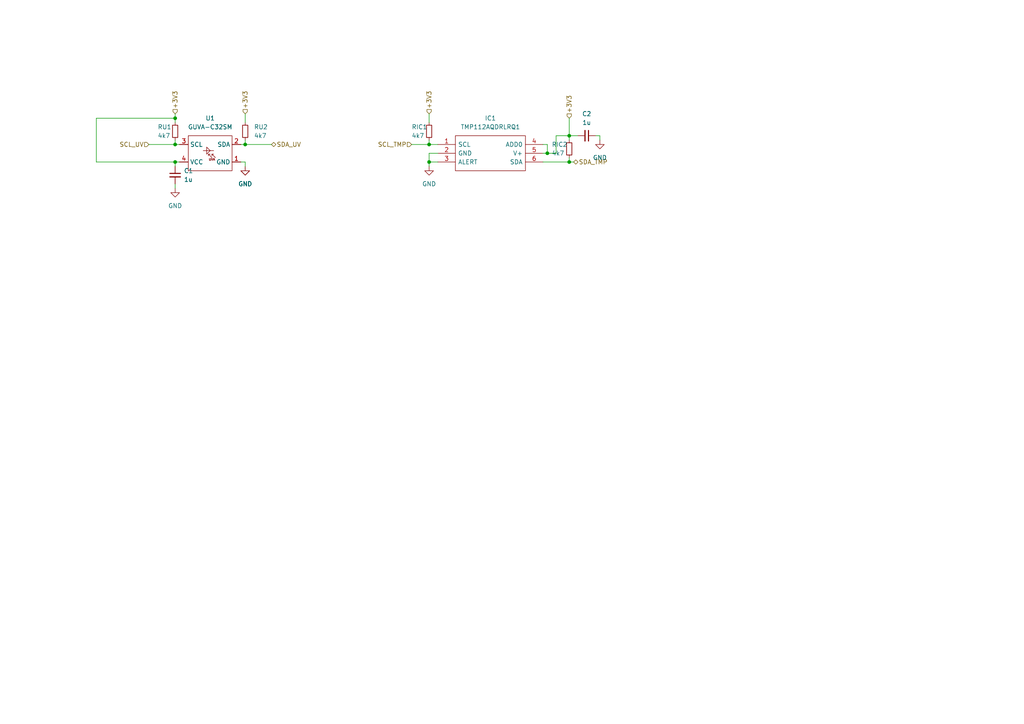
<source format=kicad_sch>
(kicad_sch (version 20211123) (generator eeschema)
  (paper "A4")
  (lib_symbols
    (symbol "Device:C_Small" (pin_numbers hide) (pin_names (offset 0.254) hide)
      (property "Reference" "C" (at 0.254 1.778 0))
      (property "Value" "C_Small" (at 0.254 -2.032 0))
      (symbol "C_Small_0_1"
        (polyline (pts (xy -1.524 -0.508) (xy 1.524 -0.508)) (stroke (width 0.3302)))
        (polyline (pts (xy -1.524 0.508) (xy 1.524 0.508)) (stroke (width 0.3048)))
      )
      (symbol "C_Small_1_1"
        (pin passive line (at 0 2.54 270) (length 2.032) (name "~") (number "1"))
        (pin passive line (at 0 -2.54 90) (length 2.032) (name "~") (number "2"))
      )
    )
    (symbol "Device:R_Small" (pin_numbers hide) (pin_names (offset 0.254) hide)
      (property "Reference" "R" (at 0.762 0.508 0))
      (property "Value" "R_Small" (at 0.762 -1.016 0))
      (symbol "R_Small_0_1"
        (rectangle (start -0.762 1.778) (end 0.762 -1.778) (stroke (width 0.2032)))
      )
      (symbol "R_Small_1_1"
        (pin passive line (at 0 2.54 270) (length 0.762) (name "~") (number "1"))
        (pin passive line (at 0 -2.54 90) (length 0.762) (name "~") (number "2"))
      )
    )
    (symbol "SamacSys:TMP112AQDRLRQ1" (pin_names (offset 0.762))
      (property "Reference" "IC" (at 26.67 7.62 0))
      (property "Value" "TMP112AQDRLRQ1" (at 26.67 5.08 0))
      (symbol "TMP112AQDRLRQ1_0_0"
        (pin passive line (at 0 0 0) (length 5.08) (name "SCL") (number "1"))
        (pin passive line (at 0 -2.54 0) (length 5.08) (name "GND") (number "2"))
        (pin passive line (at 0 -5.08 0) (length 5.08) (name "ALERT") (number "3"))
        (pin passive line (at 30.48 0 180) (length 5.08) (name "ADD0") (number "4"))
        (pin passive line (at 30.48 -2.54 180) (length 5.08) (name "V+") (number "5"))
        (pin passive line (at 30.48 -5.08 180) (length 5.08) (name "SDA") (number "6"))
      )
      (symbol "TMP112AQDRLRQ1_0_1"
        (polyline (pts (xy 5.08 2.54) (xy 25.4 2.54) (xy 25.4 -7.62) (xy 5.08 -7.62) (xy 5.08 2.54)) (stroke (width 0.1524)))
      )
    )
    (symbol "USER_Optic:GUVA-C32SM"
      (property "Reference" "U" (at 0 8.89 0))
      (property "Value" "GUVA-C32SM" (at 0 6.35 0))
      (symbol "GUVA-C32SM_0_0"
        (polyline (pts (xy -0.508 0.254) (xy -1.524 1.27)))
        (polyline (pts (xy 0.508 0.254) (xy -0.508 1.27)))
        (polyline (pts (xy -0.508 0.762) (xy -0.508 0.254) (xy -1.016 0.254)))
        (polyline (pts (xy 0 0.254) (xy 0.508 0.254) (xy 0.508 0.762)))
        (text "UVA" (at -0.508 1.778 0) (effects (font (size 0.635 0.635))))
      )
      (symbol "GUVA-C32SM_0_1"
        (rectangle (start -6.35 5.08) (end 6.35 -5.08))
        (polyline (pts (xy -1.016 -0.762) (xy 2.032 -0.762)))
        (polyline (pts (xy 1.016 -1.778) (xy 0 -0.762)))
        (polyline (pts (xy 0 -0.762) (xy 1.016 0.254) (xy 1.016 -1.778)))
      )
      (symbol "GUVA-C32SM_1_1"
        (pin power_in line (at -8.89 2.54 0) (length 2.54) (name "GND") (number "1"))
        (pin bidirectional line (at -8.89 -2.54 0) (length 2.54) (name "SDA") (number "2"))
        (pin input line (at 8.89 -2.54 180) (length 2.54) (name "SCL") (number "3"))
        (pin power_in line (at 8.89 2.54 180) (length 2.54) (name "VCC") (number "4"))
      )
    )
    (symbol "power:GND" (power) (pin_names (offset 0))
      (property "Value" "GND" (at 0 -3.81 0))
      (symbol "GND_0_1"
        (polyline (pts (xy 0 0) (xy 0 -1.27) (xy 1.27 -1.27) (xy 0 -2.54) (xy -1.27 -1.27) (xy 0 -1.27)))
      )
      (symbol "GND_1_1"
        (pin power_in line (at 0 0 270) (length 0) hide (name "GND") (number "1"))
      )
    )
  )
  (junction (at 158.75 44.45))
  (junction (at 165.1 39.37))
  (junction (at 71.12 41.91))
  (junction (at 124.46 41.91))
  (junction (at 165.1 46.99))
  (junction (at 50.8 34.29))
  (junction (at 124.46 46.99))
  (junction (at 50.8 41.91))
  (junction (at 50.8 46.99))
  (wire (pts (xy 50.8 53.34) (xy 50.8 54.61)))
  (wire (pts (xy 71.12 33.02) (xy 71.12 35.56)))
  (wire (pts (xy 50.8 46.99) (xy 52.07 46.99)))
  (wire (pts (xy 157.48 44.45) (xy 158.75 44.45)))
  (wire (pts (xy 27.94 46.99) (xy 50.8 46.99)))
  (wire (pts (xy 165.1 45.72) (xy 165.1 46.99)))
  (wire (pts (xy 50.8 34.29) (xy 50.8 35.56)))
  (wire (pts (xy 71.12 40.64) (xy 71.12 41.91)))
  (wire (pts (xy 124.46 41.91) (xy 127 41.91)))
  (wire (pts (xy 71.12 41.91) (xy 78.74 41.91)))
  (wire (pts (xy 157.48 41.91) (xy 158.75 41.91)))
  (wire (pts (xy 165.1 39.37) (xy 167.64 39.37)))
  (wire (pts (xy 119.38 41.91) (xy 124.46 41.91)))
  (wire (pts (xy 166.37 46.99) (xy 165.1 46.99)))
  (wire (pts (xy 50.8 33.02) (xy 50.8 34.29)))
  (wire (pts (xy 124.46 40.64) (xy 124.46 41.91)))
  (wire (pts (xy 69.85 46.99) (xy 71.12 46.99)))
  (wire (pts (xy 124.46 33.02) (xy 124.46 35.56)))
  (wire (pts (xy 161.29 44.45) (xy 161.29 39.37)))
  (wire (pts (xy 165.1 46.99) (xy 157.48 46.99)))
  (wire (pts (xy 50.8 41.91) (xy 52.07 41.91)))
  (wire (pts (xy 172.72 39.37) (xy 173.99 39.37)))
  (wire (pts (xy 158.75 41.91) (xy 158.75 44.45)))
  (wire (pts (xy 50.8 46.99) (xy 50.8 48.26)))
  (wire (pts (xy 161.29 39.37) (xy 165.1 39.37)))
  (wire (pts (xy 124.46 46.99) (xy 124.46 48.26)))
  (wire (pts (xy 127 44.45) (xy 124.46 44.45)))
  (wire (pts (xy 43.18 41.91) (xy 50.8 41.91)))
  (wire (pts (xy 173.99 39.37) (xy 173.99 40.64)))
  (wire (pts (xy 158.75 44.45) (xy 161.29 44.45)))
  (wire (pts (xy 50.8 40.64) (xy 50.8 41.91)))
  (wire (pts (xy 71.12 46.99) (xy 71.12 48.26)))
  (wire (pts (xy 69.85 41.91) (xy 71.12 41.91)))
  (wire (pts (xy 27.94 46.99) (xy 27.94 34.29)))
  (wire (pts (xy 165.1 34.29) (xy 165.1 39.37)))
  (wire (pts (xy 165.1 39.37) (xy 165.1 40.64)))
  (wire (pts (xy 124.46 44.45) (xy 124.46 46.99)))
  (wire (pts (xy 27.94 34.29) (xy 50.8 34.29)))
  (wire (pts (xy 124.46 46.99) (xy 127 46.99)))
  (hierarchical_label "SDA_TMP" (shape bidirectional) (at 166.37 46.99 0))
  (hierarchical_label "SDA_UV" (shape bidirectional) (at 78.74 41.91 0))
  (hierarchical_label "+3V3" (shape input) (at 165.1 34.29 90))
  (hierarchical_label "+3V3" (shape input) (at 50.8 33.02 90))
  (hierarchical_label "SCL_TMP" (shape input) (at 119.38 41.91 180))
  (hierarchical_label "+3V3" (shape input) (at 124.46 33.02 90))
  (hierarchical_label "+3V3" (shape input) (at 71.12 33.02 90))
  (hierarchical_label "SCL_UV" (shape input) (at 43.18 41.91 180))
  (symbol (lib_id "power:GND") (at 71.12 48.26 0) (unit 1)
    (property "Reference" "#PWR03" (effects hide))
    (property "Value" "GND" (at 71.12 53.34 0))
  )
  (symbol (lib_id "power:GND") (at 124.46 48.26 0) (unit 1)
    (property "Reference" "#PWR0101" (effects hide))
    (property "Value" "GND" (at 124.46 53.34 0))
  )
  (symbol (lib_id "Device:C_Small") (at 170.18 39.37 270) (unit 1)
    (property "Reference" "C2" (at 170.1736 33.02 90))
    (property "Value" "1u" (at 170.1736 35.56 90))
    (property "Footprint" "Capacitor_SMD:C_0603_1608Metric" (effects hide))
  )
  (symbol (lib_id "Device:R_Small") (at 124.46 38.1 0) (unit 1)
    (property "Reference" "RIC1" (at 119.38 36.83 0) (effects (justify left)))
    (property "Value" "4k7" (at 119.38 39.37 0) (effects (justify left)))
    (property "Footprint" "Resistor_SMD:R_0603_1608Metric" (effects hide))
  )
  (symbol (lib_id "power:GND") (at 173.99 40.64 0) (unit 1)
    (property "Reference" "#PWR0102" (effects hide))
    (property "Value" "GND" (at 173.99 45.72 0))
  )
  (symbol (lib_id "power:GND") (at 71.12 48.26 0) (unit 1)
    (property "Reference" "#PWR04" (effects hide))
    (property "Value" "GND" (at 71.12 53.34 0))
  )
  (symbol (lib_id "Device:C_Small") (at 50.8 50.8 0) (unit 1)
    (property "Reference" "C1" (at 53.34 49.5362 0) (effects (justify left)))
    (property "Value" "1u" (at 53.34 52.0762 0) (effects (justify left)))
    (property "Footprint" "Capacitor_SMD:C_0603_1608Metric" (effects hide))
  )
  (symbol (lib_id "Device:R_Small") (at 165.1 43.18 0) (unit 1)
    (property "Reference" "RIC2" (at 160.02 41.91 0) (effects (justify left)))
    (property "Value" "4k7" (at 160.02 44.45 0) (effects (justify left)))
    (property "Footprint" "Resistor_SMD:R_0603_1608Metric" (effects hide))
  )
  (symbol (lib_id "Device:R_Small") (at 50.8 38.1 0) (unit 1)
    (property "Reference" "RU1" (at 45.72 36.83 0) (effects (justify left)))
    (property "Value" "4k7" (at 45.72 39.37 0) (effects (justify left)))
    (property "Footprint" "Resistor_SMD:R_0603_1608Metric" (effects hide))
  )
  (symbol (lib_id "USER_Optic:GUVA-C32SM") (at 60.96 44.45 180) (unit 1)
    (property "Reference" "U1" (at 60.96 34.29 0))
    (property "Value" "GUVA-C32SM" (at 60.96 36.83 0))
    (property "Footprint" "Package_SO:SO-4_4.4x3.6mm_P2.54mm" (effects hide))
  )
  (symbol (lib_id "Device:R_Small") (at 71.12 38.1 0) (unit 1)
    (property "Reference" "RU2" (at 73.66 36.8299 0) (effects (justify left)))
    (property "Value" "4k7" (at 73.66 39.3699 0) (effects (justify left)))
    (property "Footprint" "Resistor_SMD:R_0603_1608Metric" (effects hide))
  )
  (symbol (lib_id "SamacSys:TMP112AQDRLRQ1") (at 127 41.91 0) (unit 1)
    (property "Reference" "IC1" (at 142.24 34.29 0))
    (property "Value" "TMP112AQDRLRQ1" (at 142.24 36.83 0))
    (property "Footprint" "Package_TO_SOT_SMD:SOT-563" (effects hide))
    (property "Datasheet" "http://www.ti.com/lit/gpn/tmp112-q1" (effects hide))
    (property "Description" "Automotive Grade, 1.4V-Capable +/-0.5C Temperature Sensor with Alert Function and I2C/SMBus" (effects hide))
    (property "Height" "0.6" (effects hide))
    (property "Mouser Part Number" "595-TMP112AQDRLRQ1" (effects hide))
    (property "Mouser Price/Stock" "https://www.mouser.co.uk/ProductDetail/Texas-Instruments/TMP112AQDRLRQ1?qs=asCBFxFfL1Q5YmJCm%252BGnCQ%3D%3D" (effects hide))
    (property "Manufacturer_Name" "Texas Instruments" (effects hide))
    (property "Manufacturer_Part_Number" "TMP112AQDRLRQ1" (effects hide))
  )
  (symbol (lib_id "power:GND") (at 50.8 54.61 0) (unit 1)
    (property "Reference" "#PWR02" (effects hide))
    (property "Value" "GND" (at 50.8 59.69 0))
  )
)
</source>
